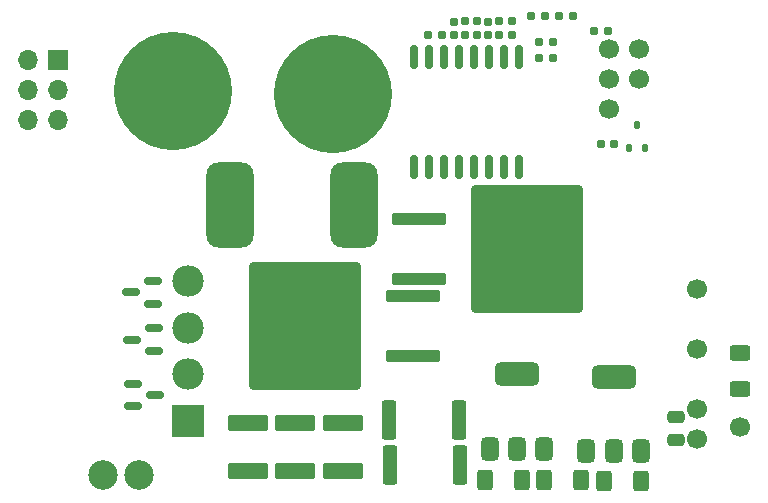
<source format=gts>
G04 #@! TF.GenerationSoftware,KiCad,Pcbnew,8.0.0*
G04 #@! TF.CreationDate,2024-04-27T08:46:39-07:00*
G04 #@! TF.ProjectId,module controller,6d6f6475-6c65-4206-936f-6e74726f6c6c,rev?*
G04 #@! TF.SameCoordinates,Original*
G04 #@! TF.FileFunction,Soldermask,Top*
G04 #@! TF.FilePolarity,Negative*
%FSLAX46Y46*%
G04 Gerber Fmt 4.6, Leading zero omitted, Abs format (unit mm)*
G04 Created by KiCad (PCBNEW 8.0.0) date 2024-04-27 08:46:39*
%MOMM*%
%LPD*%
G01*
G04 APERTURE LIST*
G04 Aperture macros list*
%AMRoundRect*
0 Rectangle with rounded corners*
0 $1 Rounding radius*
0 $2 $3 $4 $5 $6 $7 $8 $9 X,Y pos of 4 corners*
0 Add a 4 corners polygon primitive as box body*
4,1,4,$2,$3,$4,$5,$6,$7,$8,$9,$2,$3,0*
0 Add four circle primitives for the rounded corners*
1,1,$1+$1,$2,$3*
1,1,$1+$1,$4,$5*
1,1,$1+$1,$6,$7*
1,1,$1+$1,$8,$9*
0 Add four rect primitives between the rounded corners*
20,1,$1+$1,$2,$3,$4,$5,0*
20,1,$1+$1,$4,$5,$6,$7,0*
20,1,$1+$1,$6,$7,$8,$9,0*
20,1,$1+$1,$8,$9,$2,$3,0*%
G04 Aperture macros list end*
%ADD10RoundRect,0.150000X0.587500X0.150000X-0.587500X0.150000X-0.587500X-0.150000X0.587500X-0.150000X0*%
%ADD11RoundRect,0.155000X-0.155000X0.212500X-0.155000X-0.212500X0.155000X-0.212500X0.155000X0.212500X0*%
%ADD12C,1.700000*%
%ADD13RoundRect,0.250000X0.475000X-0.250000X0.475000X0.250000X-0.475000X0.250000X-0.475000X-0.250000X0*%
%ADD14RoundRect,0.160000X0.160000X-0.197500X0.160000X0.197500X-0.160000X0.197500X-0.160000X-0.197500X0*%
%ADD15RoundRect,0.150000X-0.587500X-0.150000X0.587500X-0.150000X0.587500X0.150000X-0.587500X0.150000X0*%
%ADD16C,10.000000*%
%ADD17RoundRect,0.250000X-0.362500X-1.425000X0.362500X-1.425000X0.362500X1.425000X-0.362500X1.425000X0*%
%ADD18RoundRect,0.250000X-2.050000X-0.300000X2.050000X-0.300000X2.050000X0.300000X-2.050000X0.300000X0*%
%ADD19RoundRect,0.250002X-4.449998X-5.149998X4.449998X-5.149998X4.449998X5.149998X-4.449998X5.149998X0*%
%ADD20RoundRect,0.250000X-0.625000X0.400000X-0.625000X-0.400000X0.625000X-0.400000X0.625000X0.400000X0*%
%ADD21RoundRect,0.150000X0.150000X-0.875000X0.150000X0.875000X-0.150000X0.875000X-0.150000X-0.875000X0*%
%ADD22RoundRect,0.160000X-0.160000X0.197500X-0.160000X-0.197500X0.160000X-0.197500X0.160000X0.197500X0*%
%ADD23RoundRect,0.249999X1.450001X-0.450001X1.450001X0.450001X-1.450001X0.450001X-1.450001X-0.450001X0*%
%ADD24RoundRect,0.250000X0.400000X0.625000X-0.400000X0.625000X-0.400000X-0.625000X0.400000X-0.625000X0*%
%ADD25RoundRect,0.375000X0.375000X-0.625000X0.375000X0.625000X-0.375000X0.625000X-0.375000X-0.625000X0*%
%ADD26RoundRect,0.500000X1.400000X-0.500000X1.400000X0.500000X-1.400000X0.500000X-1.400000X-0.500000X0*%
%ADD27RoundRect,0.155000X0.155000X-0.212500X0.155000X0.212500X-0.155000X0.212500X-0.155000X-0.212500X0*%
%ADD28C,2.500000*%
%ADD29RoundRect,0.160000X0.197500X0.160000X-0.197500X0.160000X-0.197500X-0.160000X0.197500X-0.160000X0*%
%ADD30RoundRect,0.112500X-0.112500X-0.237500X0.112500X-0.237500X0.112500X0.237500X-0.112500X0.237500X0*%
%ADD31RoundRect,0.155000X-0.212500X-0.155000X0.212500X-0.155000X0.212500X0.155000X-0.212500X0.155000X0*%
%ADD32RoundRect,0.250000X2.050000X0.300000X-2.050000X0.300000X-2.050000X-0.300000X2.050000X-0.300000X0*%
%ADD33RoundRect,0.250002X4.449998X5.149998X-4.449998X5.149998X-4.449998X-5.149998X4.449998X-5.149998X0*%
%ADD34RoundRect,0.160000X-0.197500X-0.160000X0.197500X-0.160000X0.197500X0.160000X-0.197500X0.160000X0*%
%ADD35RoundRect,1.000000X-1.000000X-2.600000X1.000000X-2.600000X1.000000X2.600000X-1.000000X2.600000X0*%
%ADD36R,2.667000X2.667000*%
%ADD37C,2.667000*%
%ADD38R,1.700000X1.700000*%
%ADD39O,1.700000X1.700000*%
G04 APERTURE END LIST*
D10*
X102567500Y-60042500D03*
X102567500Y-58142500D03*
X100692500Y-59092500D03*
D11*
X127980000Y-36172500D03*
X127980000Y-37307500D03*
D12*
X152200000Y-70500000D03*
D13*
X146790000Y-71560000D03*
X146790000Y-69660000D03*
D12*
X143660000Y-41010000D03*
D14*
X131850000Y-37317500D03*
X131850000Y-36122500D03*
D15*
X100852500Y-66837500D03*
X100852500Y-68737500D03*
X102727500Y-67787500D03*
D12*
X141120000Y-41010000D03*
D16*
X117750000Y-42250000D03*
D10*
X102647500Y-64032500D03*
X102647500Y-62132500D03*
X100772500Y-63082500D03*
D17*
X122547500Y-69860000D03*
X128472500Y-69860000D03*
D18*
X125040000Y-52910000D03*
D19*
X134190000Y-55450000D03*
D18*
X125040000Y-57990000D03*
D20*
X152220000Y-64180000D03*
X152220000Y-67280000D03*
D21*
X124610000Y-48430000D03*
X125880000Y-48430000D03*
X127150000Y-48430000D03*
X128420000Y-48430000D03*
X129690000Y-48430000D03*
X130960000Y-48430000D03*
X132230000Y-48430000D03*
X133500000Y-48430000D03*
X133500000Y-39130000D03*
X132230000Y-39130000D03*
X130960000Y-39130000D03*
X129690000Y-39130000D03*
X128420000Y-39130000D03*
X127150000Y-39130000D03*
X125880000Y-39130000D03*
X124610000Y-39130000D03*
D22*
X129930000Y-36102500D03*
X129930000Y-37297500D03*
D23*
X118610000Y-74230000D03*
X118610000Y-70130000D03*
D22*
X128920000Y-36112500D03*
X128920000Y-37307500D03*
D17*
X122627500Y-73730000D03*
X128552500Y-73730000D03*
D24*
X133730000Y-75000000D03*
X130630000Y-75000000D03*
D25*
X131027501Y-72320000D03*
X133327501Y-72320000D03*
X135627501Y-72320000D03*
D26*
X133327501Y-66020000D03*
D27*
X132890000Y-37277500D03*
X132890000Y-36142500D03*
D25*
X139220000Y-72530000D03*
X141520000Y-72530000D03*
X143820000Y-72530000D03*
D26*
X141520000Y-66230000D03*
D28*
X101330000Y-74520000D03*
X98330000Y-74520000D03*
D29*
X141067500Y-36980000D03*
X139872500Y-36980000D03*
D23*
X110560000Y-74240000D03*
X110560000Y-70140000D03*
D30*
X142860000Y-46900000D03*
X144160000Y-46900000D03*
X143510000Y-44900000D03*
D11*
X130890000Y-36152500D03*
X130890000Y-37287500D03*
D23*
X114590000Y-74240000D03*
X114590000Y-70140000D03*
D24*
X143820000Y-75030000D03*
X140720000Y-75030000D03*
D16*
X104250000Y-42000000D03*
D24*
X138760000Y-74990000D03*
X135660000Y-74990000D03*
D12*
X143660000Y-38470000D03*
D29*
X136367500Y-37870000D03*
X135172500Y-37870000D03*
D12*
X141120000Y-38470000D03*
D31*
X140422500Y-46510000D03*
X141557500Y-46510000D03*
D32*
X124560000Y-64500000D03*
D33*
X115410000Y-61960000D03*
D32*
X124560000Y-59420000D03*
D34*
X135232500Y-39280000D03*
X136427500Y-39280000D03*
X134532500Y-35680000D03*
X135727500Y-35680000D03*
D12*
X141130000Y-43550000D03*
D34*
X136882500Y-35710000D03*
X138077500Y-35710000D03*
D35*
X109020000Y-51680000D03*
X119520000Y-51680000D03*
D34*
X125802500Y-37270000D03*
X126997500Y-37270000D03*
D36*
X105500000Y-70000000D03*
D37*
X105500000Y-66038000D03*
X105500000Y-62075000D03*
X105500000Y-58113000D03*
D12*
X148558200Y-71480000D03*
X148558200Y-68940000D03*
X148558200Y-63860000D03*
X148558200Y-58780000D03*
D38*
X94512500Y-39395000D03*
D39*
X91972500Y-39395000D03*
X94512500Y-41935000D03*
X91972500Y-41935000D03*
X94512500Y-44475000D03*
X91972500Y-44475000D03*
M02*

</source>
